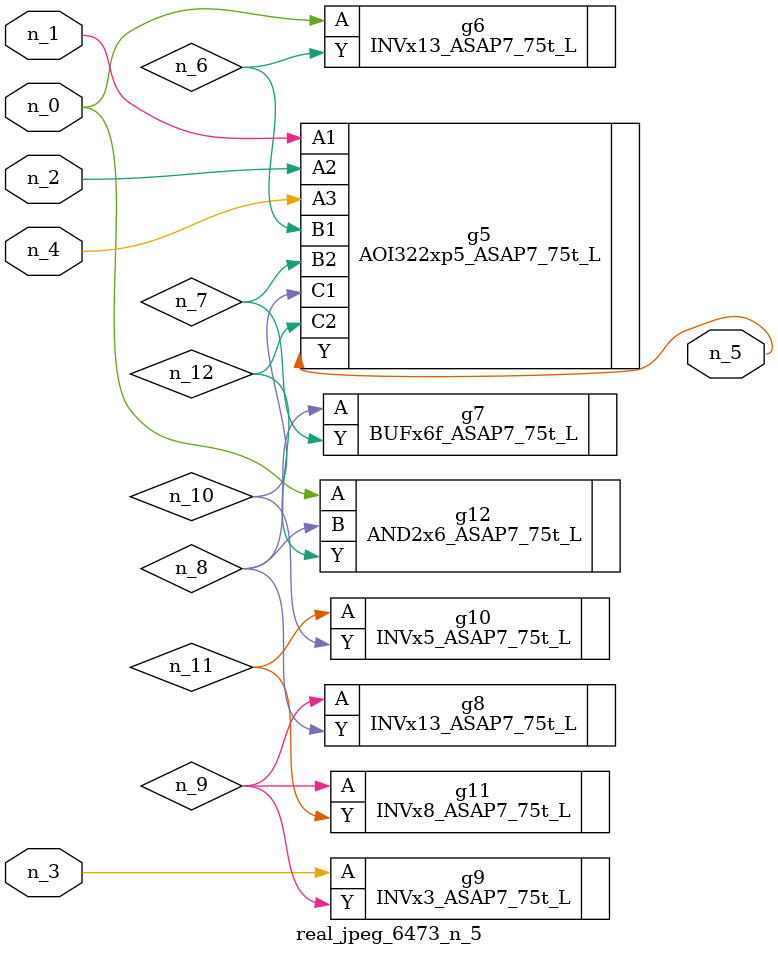
<source format=v>
module real_jpeg_6473_n_5 (n_4, n_0, n_1, n_2, n_3, n_5);

input n_4;
input n_0;
input n_1;
input n_2;
input n_3;

output n_5;

wire n_12;
wire n_8;
wire n_11;
wire n_6;
wire n_7;
wire n_10;
wire n_9;

INVx13_ASAP7_75t_L g6 ( 
.A(n_0),
.Y(n_6)
);

AND2x6_ASAP7_75t_L g12 ( 
.A(n_0),
.B(n_8),
.Y(n_12)
);

AOI322xp5_ASAP7_75t_L g5 ( 
.A1(n_1),
.A2(n_2),
.A3(n_4),
.B1(n_6),
.B2(n_7),
.C1(n_10),
.C2(n_12),
.Y(n_5)
);

INVx3_ASAP7_75t_L g9 ( 
.A(n_3),
.Y(n_9)
);

BUFx6f_ASAP7_75t_L g7 ( 
.A(n_8),
.Y(n_7)
);

INVx13_ASAP7_75t_L g8 ( 
.A(n_9),
.Y(n_8)
);

INVx8_ASAP7_75t_L g11 ( 
.A(n_9),
.Y(n_11)
);

INVx5_ASAP7_75t_L g10 ( 
.A(n_11),
.Y(n_10)
);


endmodule
</source>
